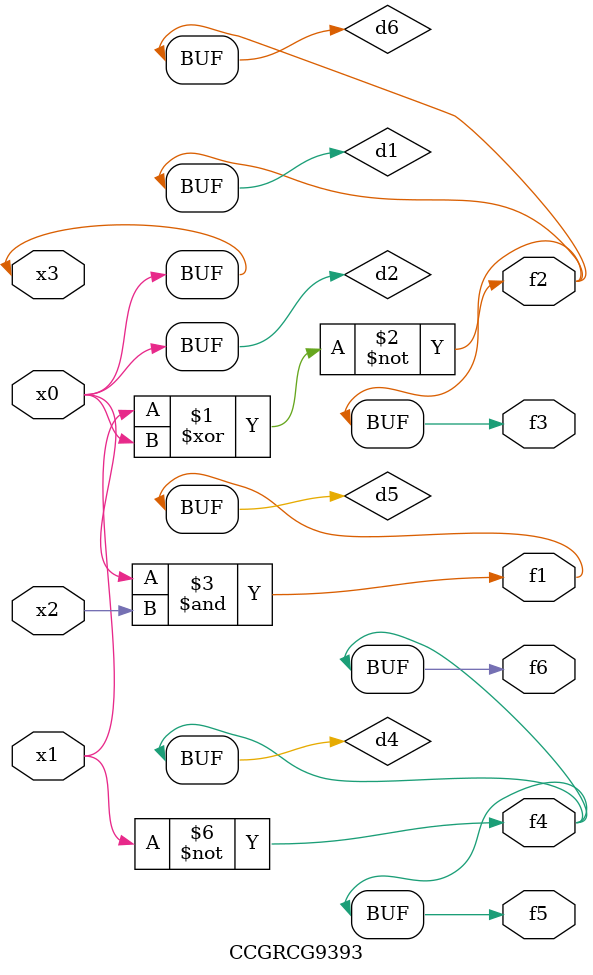
<source format=v>
module CCGRCG9393(
	input x0, x1, x2, x3,
	output f1, f2, f3, f4, f5, f6
);

	wire d1, d2, d3, d4, d5, d6;

	xnor (d1, x1, x3);
	buf (d2, x0, x3);
	nand (d3, x0, x2);
	not (d4, x1);
	nand (d5, d3);
	or (d6, d1);
	assign f1 = d5;
	assign f2 = d6;
	assign f3 = d6;
	assign f4 = d4;
	assign f5 = d4;
	assign f6 = d4;
endmodule

</source>
